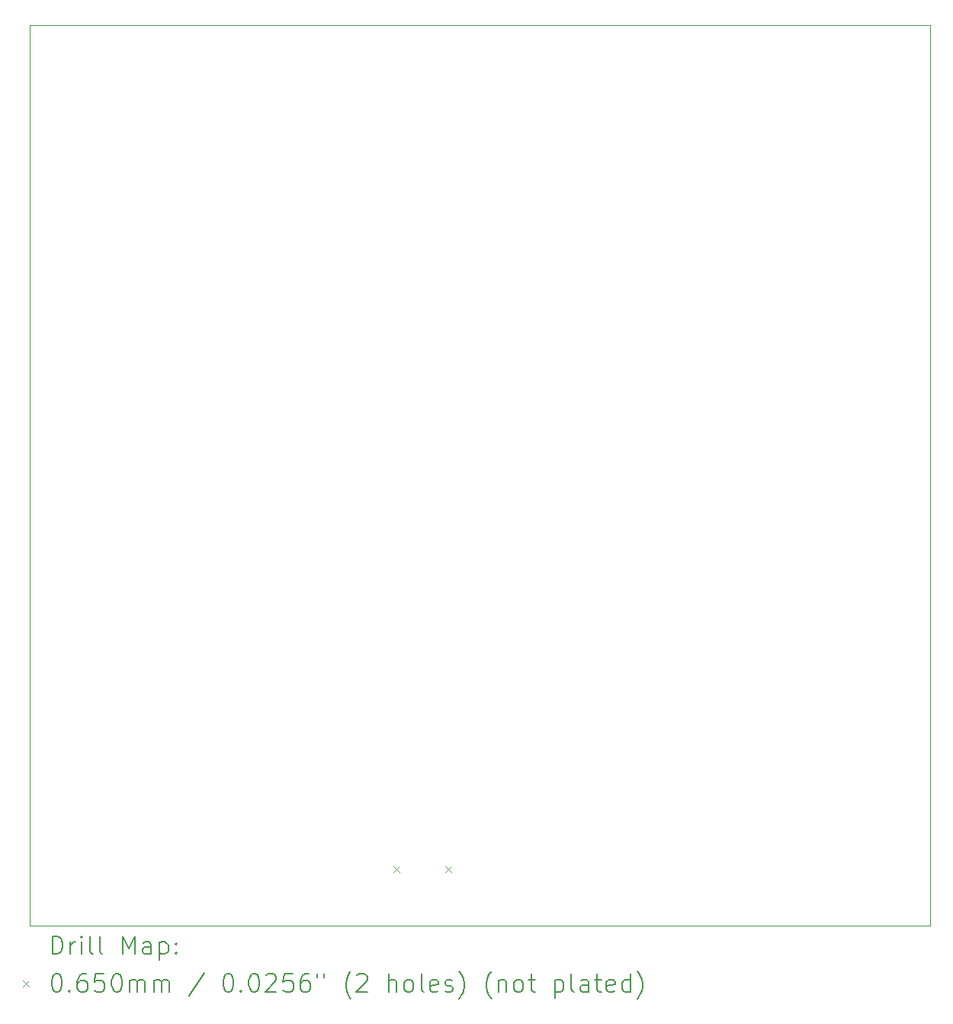
<source format=gbr>
%TF.GenerationSoftware,KiCad,Pcbnew,7.0.10*%
%TF.CreationDate,2024-02-10T01:11:12-05:00*%
%TF.ProjectId,9260-first,39323630-2d66-4697-9273-742e6b696361,rev?*%
%TF.SameCoordinates,Original*%
%TF.FileFunction,Drillmap*%
%TF.FilePolarity,Positive*%
%FSLAX45Y45*%
G04 Gerber Fmt 4.5, Leading zero omitted, Abs format (unit mm)*
G04 Created by KiCad (PCBNEW 7.0.10) date 2024-02-10 01:11:12*
%MOMM*%
%LPD*%
G01*
G04 APERTURE LIST*
%ADD10C,0.100000*%
%ADD11C,0.200000*%
G04 APERTURE END LIST*
D10*
X2928000Y-2906000D02*
X12928000Y-2906000D01*
X12928000Y-12906000D01*
X2928000Y-12906000D01*
X2928000Y-2906000D01*
D11*
D10*
X6968300Y-12245500D02*
X7033300Y-12310500D01*
X7033300Y-12245500D02*
X6968300Y-12310500D01*
X7546300Y-12245500D02*
X7611300Y-12310500D01*
X7611300Y-12245500D02*
X7546300Y-12310500D01*
D11*
X3183777Y-13222484D02*
X3183777Y-13022484D01*
X3183777Y-13022484D02*
X3231396Y-13022484D01*
X3231396Y-13022484D02*
X3259967Y-13032008D01*
X3259967Y-13032008D02*
X3279015Y-13051055D01*
X3279015Y-13051055D02*
X3288539Y-13070103D01*
X3288539Y-13070103D02*
X3298062Y-13108198D01*
X3298062Y-13108198D02*
X3298062Y-13136769D01*
X3298062Y-13136769D02*
X3288539Y-13174865D01*
X3288539Y-13174865D02*
X3279015Y-13193912D01*
X3279015Y-13193912D02*
X3259967Y-13212960D01*
X3259967Y-13212960D02*
X3231396Y-13222484D01*
X3231396Y-13222484D02*
X3183777Y-13222484D01*
X3383777Y-13222484D02*
X3383777Y-13089150D01*
X3383777Y-13127246D02*
X3393301Y-13108198D01*
X3393301Y-13108198D02*
X3402824Y-13098674D01*
X3402824Y-13098674D02*
X3421872Y-13089150D01*
X3421872Y-13089150D02*
X3440920Y-13089150D01*
X3507586Y-13222484D02*
X3507586Y-13089150D01*
X3507586Y-13022484D02*
X3498062Y-13032008D01*
X3498062Y-13032008D02*
X3507586Y-13041531D01*
X3507586Y-13041531D02*
X3517110Y-13032008D01*
X3517110Y-13032008D02*
X3507586Y-13022484D01*
X3507586Y-13022484D02*
X3507586Y-13041531D01*
X3631396Y-13222484D02*
X3612348Y-13212960D01*
X3612348Y-13212960D02*
X3602824Y-13193912D01*
X3602824Y-13193912D02*
X3602824Y-13022484D01*
X3736158Y-13222484D02*
X3717110Y-13212960D01*
X3717110Y-13212960D02*
X3707586Y-13193912D01*
X3707586Y-13193912D02*
X3707586Y-13022484D01*
X3964729Y-13222484D02*
X3964729Y-13022484D01*
X3964729Y-13022484D02*
X4031396Y-13165341D01*
X4031396Y-13165341D02*
X4098062Y-13022484D01*
X4098062Y-13022484D02*
X4098062Y-13222484D01*
X4279015Y-13222484D02*
X4279015Y-13117722D01*
X4279015Y-13117722D02*
X4269491Y-13098674D01*
X4269491Y-13098674D02*
X4250444Y-13089150D01*
X4250444Y-13089150D02*
X4212348Y-13089150D01*
X4212348Y-13089150D02*
X4193301Y-13098674D01*
X4279015Y-13212960D02*
X4259967Y-13222484D01*
X4259967Y-13222484D02*
X4212348Y-13222484D01*
X4212348Y-13222484D02*
X4193301Y-13212960D01*
X4193301Y-13212960D02*
X4183777Y-13193912D01*
X4183777Y-13193912D02*
X4183777Y-13174865D01*
X4183777Y-13174865D02*
X4193301Y-13155817D01*
X4193301Y-13155817D02*
X4212348Y-13146293D01*
X4212348Y-13146293D02*
X4259967Y-13146293D01*
X4259967Y-13146293D02*
X4279015Y-13136769D01*
X4374253Y-13089150D02*
X4374253Y-13289150D01*
X4374253Y-13098674D02*
X4393301Y-13089150D01*
X4393301Y-13089150D02*
X4431396Y-13089150D01*
X4431396Y-13089150D02*
X4450444Y-13098674D01*
X4450444Y-13098674D02*
X4459967Y-13108198D01*
X4459967Y-13108198D02*
X4469491Y-13127246D01*
X4469491Y-13127246D02*
X4469491Y-13184388D01*
X4469491Y-13184388D02*
X4459967Y-13203436D01*
X4459967Y-13203436D02*
X4450444Y-13212960D01*
X4450444Y-13212960D02*
X4431396Y-13222484D01*
X4431396Y-13222484D02*
X4393301Y-13222484D01*
X4393301Y-13222484D02*
X4374253Y-13212960D01*
X4555205Y-13203436D02*
X4564729Y-13212960D01*
X4564729Y-13212960D02*
X4555205Y-13222484D01*
X4555205Y-13222484D02*
X4545682Y-13212960D01*
X4545682Y-13212960D02*
X4555205Y-13203436D01*
X4555205Y-13203436D02*
X4555205Y-13222484D01*
X4555205Y-13098674D02*
X4564729Y-13108198D01*
X4564729Y-13108198D02*
X4555205Y-13117722D01*
X4555205Y-13117722D02*
X4545682Y-13108198D01*
X4545682Y-13108198D02*
X4555205Y-13098674D01*
X4555205Y-13098674D02*
X4555205Y-13117722D01*
D10*
X2858000Y-13518500D02*
X2923000Y-13583500D01*
X2923000Y-13518500D02*
X2858000Y-13583500D01*
D11*
X3221872Y-13442484D02*
X3240920Y-13442484D01*
X3240920Y-13442484D02*
X3259967Y-13452008D01*
X3259967Y-13452008D02*
X3269491Y-13461531D01*
X3269491Y-13461531D02*
X3279015Y-13480579D01*
X3279015Y-13480579D02*
X3288539Y-13518674D01*
X3288539Y-13518674D02*
X3288539Y-13566293D01*
X3288539Y-13566293D02*
X3279015Y-13604388D01*
X3279015Y-13604388D02*
X3269491Y-13623436D01*
X3269491Y-13623436D02*
X3259967Y-13632960D01*
X3259967Y-13632960D02*
X3240920Y-13642484D01*
X3240920Y-13642484D02*
X3221872Y-13642484D01*
X3221872Y-13642484D02*
X3202824Y-13632960D01*
X3202824Y-13632960D02*
X3193301Y-13623436D01*
X3193301Y-13623436D02*
X3183777Y-13604388D01*
X3183777Y-13604388D02*
X3174253Y-13566293D01*
X3174253Y-13566293D02*
X3174253Y-13518674D01*
X3174253Y-13518674D02*
X3183777Y-13480579D01*
X3183777Y-13480579D02*
X3193301Y-13461531D01*
X3193301Y-13461531D02*
X3202824Y-13452008D01*
X3202824Y-13452008D02*
X3221872Y-13442484D01*
X3374253Y-13623436D02*
X3383777Y-13632960D01*
X3383777Y-13632960D02*
X3374253Y-13642484D01*
X3374253Y-13642484D02*
X3364729Y-13632960D01*
X3364729Y-13632960D02*
X3374253Y-13623436D01*
X3374253Y-13623436D02*
X3374253Y-13642484D01*
X3555205Y-13442484D02*
X3517110Y-13442484D01*
X3517110Y-13442484D02*
X3498062Y-13452008D01*
X3498062Y-13452008D02*
X3488539Y-13461531D01*
X3488539Y-13461531D02*
X3469491Y-13490103D01*
X3469491Y-13490103D02*
X3459967Y-13528198D01*
X3459967Y-13528198D02*
X3459967Y-13604388D01*
X3459967Y-13604388D02*
X3469491Y-13623436D01*
X3469491Y-13623436D02*
X3479015Y-13632960D01*
X3479015Y-13632960D02*
X3498062Y-13642484D01*
X3498062Y-13642484D02*
X3536158Y-13642484D01*
X3536158Y-13642484D02*
X3555205Y-13632960D01*
X3555205Y-13632960D02*
X3564729Y-13623436D01*
X3564729Y-13623436D02*
X3574253Y-13604388D01*
X3574253Y-13604388D02*
X3574253Y-13556769D01*
X3574253Y-13556769D02*
X3564729Y-13537722D01*
X3564729Y-13537722D02*
X3555205Y-13528198D01*
X3555205Y-13528198D02*
X3536158Y-13518674D01*
X3536158Y-13518674D02*
X3498062Y-13518674D01*
X3498062Y-13518674D02*
X3479015Y-13528198D01*
X3479015Y-13528198D02*
X3469491Y-13537722D01*
X3469491Y-13537722D02*
X3459967Y-13556769D01*
X3755205Y-13442484D02*
X3659967Y-13442484D01*
X3659967Y-13442484D02*
X3650443Y-13537722D01*
X3650443Y-13537722D02*
X3659967Y-13528198D01*
X3659967Y-13528198D02*
X3679015Y-13518674D01*
X3679015Y-13518674D02*
X3726634Y-13518674D01*
X3726634Y-13518674D02*
X3745682Y-13528198D01*
X3745682Y-13528198D02*
X3755205Y-13537722D01*
X3755205Y-13537722D02*
X3764729Y-13556769D01*
X3764729Y-13556769D02*
X3764729Y-13604388D01*
X3764729Y-13604388D02*
X3755205Y-13623436D01*
X3755205Y-13623436D02*
X3745682Y-13632960D01*
X3745682Y-13632960D02*
X3726634Y-13642484D01*
X3726634Y-13642484D02*
X3679015Y-13642484D01*
X3679015Y-13642484D02*
X3659967Y-13632960D01*
X3659967Y-13632960D02*
X3650443Y-13623436D01*
X3888539Y-13442484D02*
X3907586Y-13442484D01*
X3907586Y-13442484D02*
X3926634Y-13452008D01*
X3926634Y-13452008D02*
X3936158Y-13461531D01*
X3936158Y-13461531D02*
X3945682Y-13480579D01*
X3945682Y-13480579D02*
X3955205Y-13518674D01*
X3955205Y-13518674D02*
X3955205Y-13566293D01*
X3955205Y-13566293D02*
X3945682Y-13604388D01*
X3945682Y-13604388D02*
X3936158Y-13623436D01*
X3936158Y-13623436D02*
X3926634Y-13632960D01*
X3926634Y-13632960D02*
X3907586Y-13642484D01*
X3907586Y-13642484D02*
X3888539Y-13642484D01*
X3888539Y-13642484D02*
X3869491Y-13632960D01*
X3869491Y-13632960D02*
X3859967Y-13623436D01*
X3859967Y-13623436D02*
X3850443Y-13604388D01*
X3850443Y-13604388D02*
X3840920Y-13566293D01*
X3840920Y-13566293D02*
X3840920Y-13518674D01*
X3840920Y-13518674D02*
X3850443Y-13480579D01*
X3850443Y-13480579D02*
X3859967Y-13461531D01*
X3859967Y-13461531D02*
X3869491Y-13452008D01*
X3869491Y-13452008D02*
X3888539Y-13442484D01*
X4040920Y-13642484D02*
X4040920Y-13509150D01*
X4040920Y-13528198D02*
X4050443Y-13518674D01*
X4050443Y-13518674D02*
X4069491Y-13509150D01*
X4069491Y-13509150D02*
X4098063Y-13509150D01*
X4098063Y-13509150D02*
X4117110Y-13518674D01*
X4117110Y-13518674D02*
X4126634Y-13537722D01*
X4126634Y-13537722D02*
X4126634Y-13642484D01*
X4126634Y-13537722D02*
X4136158Y-13518674D01*
X4136158Y-13518674D02*
X4155205Y-13509150D01*
X4155205Y-13509150D02*
X4183777Y-13509150D01*
X4183777Y-13509150D02*
X4202825Y-13518674D01*
X4202825Y-13518674D02*
X4212348Y-13537722D01*
X4212348Y-13537722D02*
X4212348Y-13642484D01*
X4307586Y-13642484D02*
X4307586Y-13509150D01*
X4307586Y-13528198D02*
X4317110Y-13518674D01*
X4317110Y-13518674D02*
X4336158Y-13509150D01*
X4336158Y-13509150D02*
X4364729Y-13509150D01*
X4364729Y-13509150D02*
X4383777Y-13518674D01*
X4383777Y-13518674D02*
X4393301Y-13537722D01*
X4393301Y-13537722D02*
X4393301Y-13642484D01*
X4393301Y-13537722D02*
X4402825Y-13518674D01*
X4402825Y-13518674D02*
X4421872Y-13509150D01*
X4421872Y-13509150D02*
X4450444Y-13509150D01*
X4450444Y-13509150D02*
X4469491Y-13518674D01*
X4469491Y-13518674D02*
X4479015Y-13537722D01*
X4479015Y-13537722D02*
X4479015Y-13642484D01*
X4869491Y-13432960D02*
X4698063Y-13690103D01*
X5126634Y-13442484D02*
X5145682Y-13442484D01*
X5145682Y-13442484D02*
X5164729Y-13452008D01*
X5164729Y-13452008D02*
X5174253Y-13461531D01*
X5174253Y-13461531D02*
X5183777Y-13480579D01*
X5183777Y-13480579D02*
X5193301Y-13518674D01*
X5193301Y-13518674D02*
X5193301Y-13566293D01*
X5193301Y-13566293D02*
X5183777Y-13604388D01*
X5183777Y-13604388D02*
X5174253Y-13623436D01*
X5174253Y-13623436D02*
X5164729Y-13632960D01*
X5164729Y-13632960D02*
X5145682Y-13642484D01*
X5145682Y-13642484D02*
X5126634Y-13642484D01*
X5126634Y-13642484D02*
X5107587Y-13632960D01*
X5107587Y-13632960D02*
X5098063Y-13623436D01*
X5098063Y-13623436D02*
X5088539Y-13604388D01*
X5088539Y-13604388D02*
X5079015Y-13566293D01*
X5079015Y-13566293D02*
X5079015Y-13518674D01*
X5079015Y-13518674D02*
X5088539Y-13480579D01*
X5088539Y-13480579D02*
X5098063Y-13461531D01*
X5098063Y-13461531D02*
X5107587Y-13452008D01*
X5107587Y-13452008D02*
X5126634Y-13442484D01*
X5279015Y-13623436D02*
X5288539Y-13632960D01*
X5288539Y-13632960D02*
X5279015Y-13642484D01*
X5279015Y-13642484D02*
X5269491Y-13632960D01*
X5269491Y-13632960D02*
X5279015Y-13623436D01*
X5279015Y-13623436D02*
X5279015Y-13642484D01*
X5412348Y-13442484D02*
X5431396Y-13442484D01*
X5431396Y-13442484D02*
X5450444Y-13452008D01*
X5450444Y-13452008D02*
X5459968Y-13461531D01*
X5459968Y-13461531D02*
X5469491Y-13480579D01*
X5469491Y-13480579D02*
X5479015Y-13518674D01*
X5479015Y-13518674D02*
X5479015Y-13566293D01*
X5479015Y-13566293D02*
X5469491Y-13604388D01*
X5469491Y-13604388D02*
X5459968Y-13623436D01*
X5459968Y-13623436D02*
X5450444Y-13632960D01*
X5450444Y-13632960D02*
X5431396Y-13642484D01*
X5431396Y-13642484D02*
X5412348Y-13642484D01*
X5412348Y-13642484D02*
X5393301Y-13632960D01*
X5393301Y-13632960D02*
X5383777Y-13623436D01*
X5383777Y-13623436D02*
X5374253Y-13604388D01*
X5374253Y-13604388D02*
X5364729Y-13566293D01*
X5364729Y-13566293D02*
X5364729Y-13518674D01*
X5364729Y-13518674D02*
X5374253Y-13480579D01*
X5374253Y-13480579D02*
X5383777Y-13461531D01*
X5383777Y-13461531D02*
X5393301Y-13452008D01*
X5393301Y-13452008D02*
X5412348Y-13442484D01*
X5555206Y-13461531D02*
X5564729Y-13452008D01*
X5564729Y-13452008D02*
X5583777Y-13442484D01*
X5583777Y-13442484D02*
X5631396Y-13442484D01*
X5631396Y-13442484D02*
X5650444Y-13452008D01*
X5650444Y-13452008D02*
X5659967Y-13461531D01*
X5659967Y-13461531D02*
X5669491Y-13480579D01*
X5669491Y-13480579D02*
X5669491Y-13499627D01*
X5669491Y-13499627D02*
X5659967Y-13528198D01*
X5659967Y-13528198D02*
X5545682Y-13642484D01*
X5545682Y-13642484D02*
X5669491Y-13642484D01*
X5850444Y-13442484D02*
X5755206Y-13442484D01*
X5755206Y-13442484D02*
X5745682Y-13537722D01*
X5745682Y-13537722D02*
X5755206Y-13528198D01*
X5755206Y-13528198D02*
X5774253Y-13518674D01*
X5774253Y-13518674D02*
X5821872Y-13518674D01*
X5821872Y-13518674D02*
X5840920Y-13528198D01*
X5840920Y-13528198D02*
X5850444Y-13537722D01*
X5850444Y-13537722D02*
X5859967Y-13556769D01*
X5859967Y-13556769D02*
X5859967Y-13604388D01*
X5859967Y-13604388D02*
X5850444Y-13623436D01*
X5850444Y-13623436D02*
X5840920Y-13632960D01*
X5840920Y-13632960D02*
X5821872Y-13642484D01*
X5821872Y-13642484D02*
X5774253Y-13642484D01*
X5774253Y-13642484D02*
X5755206Y-13632960D01*
X5755206Y-13632960D02*
X5745682Y-13623436D01*
X6031396Y-13442484D02*
X5993301Y-13442484D01*
X5993301Y-13442484D02*
X5974253Y-13452008D01*
X5974253Y-13452008D02*
X5964729Y-13461531D01*
X5964729Y-13461531D02*
X5945682Y-13490103D01*
X5945682Y-13490103D02*
X5936158Y-13528198D01*
X5936158Y-13528198D02*
X5936158Y-13604388D01*
X5936158Y-13604388D02*
X5945682Y-13623436D01*
X5945682Y-13623436D02*
X5955206Y-13632960D01*
X5955206Y-13632960D02*
X5974253Y-13642484D01*
X5974253Y-13642484D02*
X6012348Y-13642484D01*
X6012348Y-13642484D02*
X6031396Y-13632960D01*
X6031396Y-13632960D02*
X6040920Y-13623436D01*
X6040920Y-13623436D02*
X6050444Y-13604388D01*
X6050444Y-13604388D02*
X6050444Y-13556769D01*
X6050444Y-13556769D02*
X6040920Y-13537722D01*
X6040920Y-13537722D02*
X6031396Y-13528198D01*
X6031396Y-13528198D02*
X6012348Y-13518674D01*
X6012348Y-13518674D02*
X5974253Y-13518674D01*
X5974253Y-13518674D02*
X5955206Y-13528198D01*
X5955206Y-13528198D02*
X5945682Y-13537722D01*
X5945682Y-13537722D02*
X5936158Y-13556769D01*
X6126634Y-13442484D02*
X6126634Y-13480579D01*
X6202825Y-13442484D02*
X6202825Y-13480579D01*
X6498063Y-13718674D02*
X6488539Y-13709150D01*
X6488539Y-13709150D02*
X6469491Y-13680579D01*
X6469491Y-13680579D02*
X6459968Y-13661531D01*
X6459968Y-13661531D02*
X6450444Y-13632960D01*
X6450444Y-13632960D02*
X6440920Y-13585341D01*
X6440920Y-13585341D02*
X6440920Y-13547246D01*
X6440920Y-13547246D02*
X6450444Y-13499627D01*
X6450444Y-13499627D02*
X6459968Y-13471055D01*
X6459968Y-13471055D02*
X6469491Y-13452008D01*
X6469491Y-13452008D02*
X6488539Y-13423436D01*
X6488539Y-13423436D02*
X6498063Y-13413912D01*
X6564729Y-13461531D02*
X6574253Y-13452008D01*
X6574253Y-13452008D02*
X6593301Y-13442484D01*
X6593301Y-13442484D02*
X6640920Y-13442484D01*
X6640920Y-13442484D02*
X6659968Y-13452008D01*
X6659968Y-13452008D02*
X6669491Y-13461531D01*
X6669491Y-13461531D02*
X6679015Y-13480579D01*
X6679015Y-13480579D02*
X6679015Y-13499627D01*
X6679015Y-13499627D02*
X6669491Y-13528198D01*
X6669491Y-13528198D02*
X6555206Y-13642484D01*
X6555206Y-13642484D02*
X6679015Y-13642484D01*
X6917110Y-13642484D02*
X6917110Y-13442484D01*
X7002825Y-13642484D02*
X7002825Y-13537722D01*
X7002825Y-13537722D02*
X6993301Y-13518674D01*
X6993301Y-13518674D02*
X6974253Y-13509150D01*
X6974253Y-13509150D02*
X6945682Y-13509150D01*
X6945682Y-13509150D02*
X6926634Y-13518674D01*
X6926634Y-13518674D02*
X6917110Y-13528198D01*
X7126634Y-13642484D02*
X7107587Y-13632960D01*
X7107587Y-13632960D02*
X7098063Y-13623436D01*
X7098063Y-13623436D02*
X7088539Y-13604388D01*
X7088539Y-13604388D02*
X7088539Y-13547246D01*
X7088539Y-13547246D02*
X7098063Y-13528198D01*
X7098063Y-13528198D02*
X7107587Y-13518674D01*
X7107587Y-13518674D02*
X7126634Y-13509150D01*
X7126634Y-13509150D02*
X7155206Y-13509150D01*
X7155206Y-13509150D02*
X7174253Y-13518674D01*
X7174253Y-13518674D02*
X7183777Y-13528198D01*
X7183777Y-13528198D02*
X7193301Y-13547246D01*
X7193301Y-13547246D02*
X7193301Y-13604388D01*
X7193301Y-13604388D02*
X7183777Y-13623436D01*
X7183777Y-13623436D02*
X7174253Y-13632960D01*
X7174253Y-13632960D02*
X7155206Y-13642484D01*
X7155206Y-13642484D02*
X7126634Y-13642484D01*
X7307587Y-13642484D02*
X7288539Y-13632960D01*
X7288539Y-13632960D02*
X7279015Y-13613912D01*
X7279015Y-13613912D02*
X7279015Y-13442484D01*
X7459968Y-13632960D02*
X7440920Y-13642484D01*
X7440920Y-13642484D02*
X7402825Y-13642484D01*
X7402825Y-13642484D02*
X7383777Y-13632960D01*
X7383777Y-13632960D02*
X7374253Y-13613912D01*
X7374253Y-13613912D02*
X7374253Y-13537722D01*
X7374253Y-13537722D02*
X7383777Y-13518674D01*
X7383777Y-13518674D02*
X7402825Y-13509150D01*
X7402825Y-13509150D02*
X7440920Y-13509150D01*
X7440920Y-13509150D02*
X7459968Y-13518674D01*
X7459968Y-13518674D02*
X7469491Y-13537722D01*
X7469491Y-13537722D02*
X7469491Y-13556769D01*
X7469491Y-13556769D02*
X7374253Y-13575817D01*
X7545682Y-13632960D02*
X7564730Y-13642484D01*
X7564730Y-13642484D02*
X7602825Y-13642484D01*
X7602825Y-13642484D02*
X7621872Y-13632960D01*
X7621872Y-13632960D02*
X7631396Y-13613912D01*
X7631396Y-13613912D02*
X7631396Y-13604388D01*
X7631396Y-13604388D02*
X7621872Y-13585341D01*
X7621872Y-13585341D02*
X7602825Y-13575817D01*
X7602825Y-13575817D02*
X7574253Y-13575817D01*
X7574253Y-13575817D02*
X7555206Y-13566293D01*
X7555206Y-13566293D02*
X7545682Y-13547246D01*
X7545682Y-13547246D02*
X7545682Y-13537722D01*
X7545682Y-13537722D02*
X7555206Y-13518674D01*
X7555206Y-13518674D02*
X7574253Y-13509150D01*
X7574253Y-13509150D02*
X7602825Y-13509150D01*
X7602825Y-13509150D02*
X7621872Y-13518674D01*
X7698063Y-13718674D02*
X7707587Y-13709150D01*
X7707587Y-13709150D02*
X7726634Y-13680579D01*
X7726634Y-13680579D02*
X7736158Y-13661531D01*
X7736158Y-13661531D02*
X7745682Y-13632960D01*
X7745682Y-13632960D02*
X7755206Y-13585341D01*
X7755206Y-13585341D02*
X7755206Y-13547246D01*
X7755206Y-13547246D02*
X7745682Y-13499627D01*
X7745682Y-13499627D02*
X7736158Y-13471055D01*
X7736158Y-13471055D02*
X7726634Y-13452008D01*
X7726634Y-13452008D02*
X7707587Y-13423436D01*
X7707587Y-13423436D02*
X7698063Y-13413912D01*
X8059968Y-13718674D02*
X8050444Y-13709150D01*
X8050444Y-13709150D02*
X8031396Y-13680579D01*
X8031396Y-13680579D02*
X8021872Y-13661531D01*
X8021872Y-13661531D02*
X8012349Y-13632960D01*
X8012349Y-13632960D02*
X8002825Y-13585341D01*
X8002825Y-13585341D02*
X8002825Y-13547246D01*
X8002825Y-13547246D02*
X8012349Y-13499627D01*
X8012349Y-13499627D02*
X8021872Y-13471055D01*
X8021872Y-13471055D02*
X8031396Y-13452008D01*
X8031396Y-13452008D02*
X8050444Y-13423436D01*
X8050444Y-13423436D02*
X8059968Y-13413912D01*
X8136158Y-13509150D02*
X8136158Y-13642484D01*
X8136158Y-13528198D02*
X8145682Y-13518674D01*
X8145682Y-13518674D02*
X8164730Y-13509150D01*
X8164730Y-13509150D02*
X8193301Y-13509150D01*
X8193301Y-13509150D02*
X8212349Y-13518674D01*
X8212349Y-13518674D02*
X8221872Y-13537722D01*
X8221872Y-13537722D02*
X8221872Y-13642484D01*
X8345682Y-13642484D02*
X8326634Y-13632960D01*
X8326634Y-13632960D02*
X8317111Y-13623436D01*
X8317111Y-13623436D02*
X8307587Y-13604388D01*
X8307587Y-13604388D02*
X8307587Y-13547246D01*
X8307587Y-13547246D02*
X8317111Y-13528198D01*
X8317111Y-13528198D02*
X8326634Y-13518674D01*
X8326634Y-13518674D02*
X8345682Y-13509150D01*
X8345682Y-13509150D02*
X8374253Y-13509150D01*
X8374253Y-13509150D02*
X8393301Y-13518674D01*
X8393301Y-13518674D02*
X8402825Y-13528198D01*
X8402825Y-13528198D02*
X8412349Y-13547246D01*
X8412349Y-13547246D02*
X8412349Y-13604388D01*
X8412349Y-13604388D02*
X8402825Y-13623436D01*
X8402825Y-13623436D02*
X8393301Y-13632960D01*
X8393301Y-13632960D02*
X8374253Y-13642484D01*
X8374253Y-13642484D02*
X8345682Y-13642484D01*
X8469492Y-13509150D02*
X8545682Y-13509150D01*
X8498063Y-13442484D02*
X8498063Y-13613912D01*
X8498063Y-13613912D02*
X8507587Y-13632960D01*
X8507587Y-13632960D02*
X8526634Y-13642484D01*
X8526634Y-13642484D02*
X8545682Y-13642484D01*
X8764730Y-13509150D02*
X8764730Y-13709150D01*
X8764730Y-13518674D02*
X8783777Y-13509150D01*
X8783777Y-13509150D02*
X8821873Y-13509150D01*
X8821873Y-13509150D02*
X8840920Y-13518674D01*
X8840920Y-13518674D02*
X8850444Y-13528198D01*
X8850444Y-13528198D02*
X8859968Y-13547246D01*
X8859968Y-13547246D02*
X8859968Y-13604388D01*
X8859968Y-13604388D02*
X8850444Y-13623436D01*
X8850444Y-13623436D02*
X8840920Y-13632960D01*
X8840920Y-13632960D02*
X8821873Y-13642484D01*
X8821873Y-13642484D02*
X8783777Y-13642484D01*
X8783777Y-13642484D02*
X8764730Y-13632960D01*
X8974254Y-13642484D02*
X8955206Y-13632960D01*
X8955206Y-13632960D02*
X8945682Y-13613912D01*
X8945682Y-13613912D02*
X8945682Y-13442484D01*
X9136158Y-13642484D02*
X9136158Y-13537722D01*
X9136158Y-13537722D02*
X9126635Y-13518674D01*
X9126635Y-13518674D02*
X9107587Y-13509150D01*
X9107587Y-13509150D02*
X9069492Y-13509150D01*
X9069492Y-13509150D02*
X9050444Y-13518674D01*
X9136158Y-13632960D02*
X9117111Y-13642484D01*
X9117111Y-13642484D02*
X9069492Y-13642484D01*
X9069492Y-13642484D02*
X9050444Y-13632960D01*
X9050444Y-13632960D02*
X9040920Y-13613912D01*
X9040920Y-13613912D02*
X9040920Y-13594865D01*
X9040920Y-13594865D02*
X9050444Y-13575817D01*
X9050444Y-13575817D02*
X9069492Y-13566293D01*
X9069492Y-13566293D02*
X9117111Y-13566293D01*
X9117111Y-13566293D02*
X9136158Y-13556769D01*
X9202825Y-13509150D02*
X9279015Y-13509150D01*
X9231396Y-13442484D02*
X9231396Y-13613912D01*
X9231396Y-13613912D02*
X9240920Y-13632960D01*
X9240920Y-13632960D02*
X9259968Y-13642484D01*
X9259968Y-13642484D02*
X9279015Y-13642484D01*
X9421873Y-13632960D02*
X9402825Y-13642484D01*
X9402825Y-13642484D02*
X9364730Y-13642484D01*
X9364730Y-13642484D02*
X9345682Y-13632960D01*
X9345682Y-13632960D02*
X9336158Y-13613912D01*
X9336158Y-13613912D02*
X9336158Y-13537722D01*
X9336158Y-13537722D02*
X9345682Y-13518674D01*
X9345682Y-13518674D02*
X9364730Y-13509150D01*
X9364730Y-13509150D02*
X9402825Y-13509150D01*
X9402825Y-13509150D02*
X9421873Y-13518674D01*
X9421873Y-13518674D02*
X9431396Y-13537722D01*
X9431396Y-13537722D02*
X9431396Y-13556769D01*
X9431396Y-13556769D02*
X9336158Y-13575817D01*
X9602825Y-13642484D02*
X9602825Y-13442484D01*
X9602825Y-13632960D02*
X9583777Y-13642484D01*
X9583777Y-13642484D02*
X9545682Y-13642484D01*
X9545682Y-13642484D02*
X9526635Y-13632960D01*
X9526635Y-13632960D02*
X9517111Y-13623436D01*
X9517111Y-13623436D02*
X9507587Y-13604388D01*
X9507587Y-13604388D02*
X9507587Y-13547246D01*
X9507587Y-13547246D02*
X9517111Y-13528198D01*
X9517111Y-13528198D02*
X9526635Y-13518674D01*
X9526635Y-13518674D02*
X9545682Y-13509150D01*
X9545682Y-13509150D02*
X9583777Y-13509150D01*
X9583777Y-13509150D02*
X9602825Y-13518674D01*
X9679016Y-13718674D02*
X9688539Y-13709150D01*
X9688539Y-13709150D02*
X9707587Y-13680579D01*
X9707587Y-13680579D02*
X9717111Y-13661531D01*
X9717111Y-13661531D02*
X9726635Y-13632960D01*
X9726635Y-13632960D02*
X9736158Y-13585341D01*
X9736158Y-13585341D02*
X9736158Y-13547246D01*
X9736158Y-13547246D02*
X9726635Y-13499627D01*
X9726635Y-13499627D02*
X9717111Y-13471055D01*
X9717111Y-13471055D02*
X9707587Y-13452008D01*
X9707587Y-13452008D02*
X9688539Y-13423436D01*
X9688539Y-13423436D02*
X9679016Y-13413912D01*
M02*

</source>
